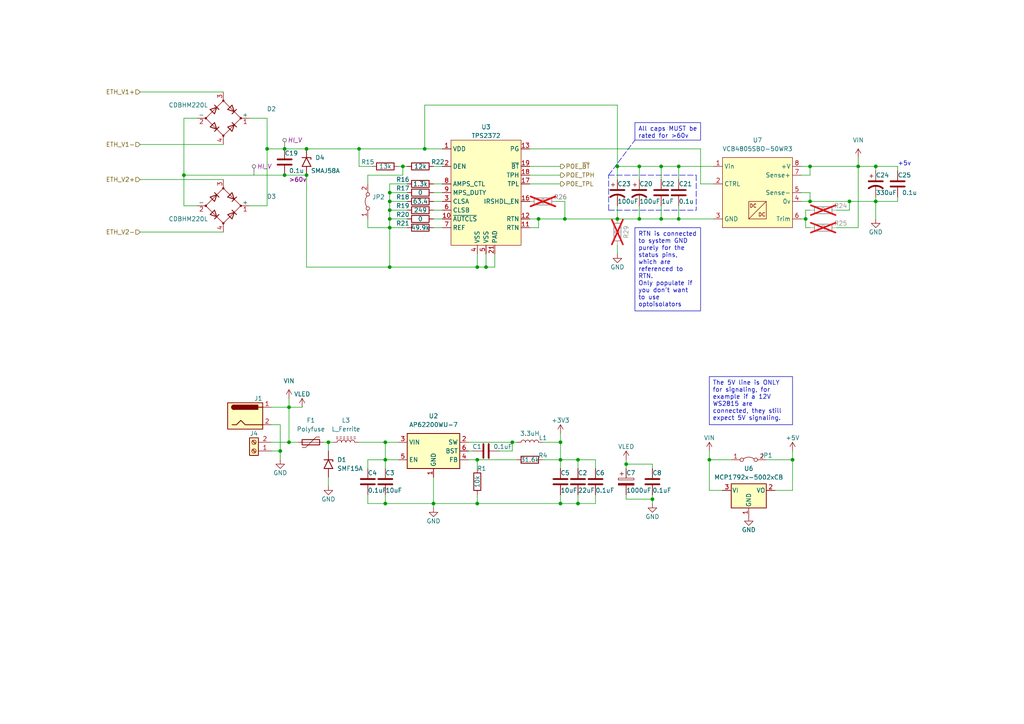
<source format=kicad_sch>
(kicad_sch (version 20230121) (generator eeschema)
  (paper "A4")
  (title_block (title "Addressable LED Controller") (date "2023-07-30") (rev "4.0") (comment 1 "Jamal Bouajjaj") (comment 2 "POE"))
  (lib_symbols
    (symbol "Connector:Barrel_Jack" (pin_names (offset 1.016))
      (property "Reference" "J" (at 0 5.334 0))
      (property "Value" "Barrel_Jack" (at 0 -5.08 0))
      (symbol "Barrel_Jack_0_1"
        (rectangle (start -5.08 3.81) (end 5.08 -3.81) (stroke (width 0.254)) (fill (type background)))
        (arc (start -3.302 3.175) (mid -3.9343 2.54) (end -3.302 1.905) (stroke (width 0.254)))
        (arc (start -3.302 3.175) (mid -3.9343 2.54) (end -3.302 1.905) (stroke (width 0.254)) (fill (type outline)))
        (polyline (pts (xy 5.08 2.54) (xy 3.81 2.54)) (stroke (width 0.254)))
        (polyline (pts (xy -3.81 -2.54) (xy -2.54 -2.54) (xy -1.27 -1.27) (xy 0 -2.54) (xy 2.54 -2.54) (xy 5.08 -2.54)) (stroke (width 0.254)))
        (rectangle (start 3.683 3.175) (end -3.302 1.905) (stroke (width 0.254)) (fill (type outline)))
      )
      (symbol "Barrel_Jack_1_1"
        (pin passive line (at 7.62 2.54 180) (length 2.54) (name "~") (number "1"))
        (pin passive line (at 7.62 -2.54 180) (length 2.54) (name "~") (number "2"))
      )
    )
    (symbol "Connector:Screw_Terminal_01x02" (pin_names (offset 1.016) hide)
      (property "Reference" "J" (at 0 2.54 0))
      (property "Value" "Screw_Terminal_01x02" (at 0 -5.08 0))
      (symbol "Screw_Terminal_01x02_1_1"
        (rectangle (start -1.27 1.27) (end 1.27 -3.81) (stroke (width 0.254)) (fill (type background)))
        (circle (center 0 -2.54) (radius 0.635) (stroke (width 0.1524)))
        (polyline (pts (xy -0.5334 -2.2098) (xy 0.3302 -3.048)) (stroke (width 0.1524)))
        (polyline (pts (xy -0.5334 0.3302) (xy 0.3302 -0.508)) (stroke (width 0.1524)))
        (polyline (pts (xy -0.3556 -2.032) (xy 0.508 -2.8702)) (stroke (width 0.1524)))
        (polyline (pts (xy -0.3556 0.508) (xy 0.508 -0.3302)) (stroke (width 0.1524)))
        (circle (center 0 0) (radius 0.635) (stroke (width 0.1524)))
        (pin passive line (at -5.08 0 0) (length 3.81) (name "Pin_1") (number "1"))
        (pin passive line (at -5.08 -2.54 0) (length 3.81) (name "Pin_2") (number "2"))
      )
    )
    (symbol "Device:C" (pin_numbers hide) (pin_names (offset 0.254))
      (property "Reference" "C" (at 0.635 2.54 0))
      (property "Value" "C" (at 0.635 -2.54 0))
      (symbol "C_0_1"
        (polyline (pts (xy -2.032 -0.762) (xy 2.032 -0.762)) (stroke (width 0.508)))
        (polyline (pts (xy -2.032 0.762) (xy 2.032 0.762)) (stroke (width 0.508)))
      )
      (symbol "C_1_1"
        (pin passive line (at 0 3.81 270) (length 2.794) (name "~") (number "1"))
        (pin passive line (at 0 -3.81 90) (length 2.794) (name "~") (number "2"))
      )
    )
    (symbol "Device:C_Polarized" (pin_numbers hide) (pin_names (offset 0.254))
      (property "Reference" "C" (at 0.635 2.54 0))
      (property "Value" "C_Polarized" (at 0.635 -2.54 0))
      (symbol "C_Polarized_0_1"
        (rectangle (start -2.286 0.508) (end 2.286 1.016))
        (polyline (pts (xy -1.778 2.286) (xy -0.762 2.286)))
        (polyline (pts (xy -1.27 2.794) (xy -1.27 1.778)))
        (rectangle (start 2.286 -0.508) (end -2.286 -1.016) (fill (type outline)))
      )
      (symbol "C_Polarized_1_1"
        (pin passive line (at 0 3.81 270) (length 2.794) (name "~") (number "1"))
        (pin passive line (at 0 -3.81 90) (length 2.794) (name "~") (number "2"))
      )
    )
    (symbol "Device:C_Polarized_US" (pin_numbers hide) (pin_names (offset 0.254) hide)
      (property "Reference" "C" (at 0.635 2.54 0))
      (property "Value" "C_Polarized_US" (at 0.635 -2.54 0))
      (symbol "C_Polarized_US_0_1"
        (polyline (pts (xy -2.032 0.762) (xy 2.032 0.762)) (stroke (width 0.508)))
        (polyline (pts (xy -1.778 2.286) (xy -0.762 2.286)))
        (polyline (pts (xy -1.27 1.778) (xy -1.27 2.794)))
        (arc (start 2.032 -1.27) (mid 0 -0.5572) (end -2.032 -1.27) (stroke (width 0.508)))
      )
      (symbol "C_Polarized_US_1_1"
        (pin passive line (at 0 3.81 270) (length 2.794) (name "~") (number "1"))
        (pin passive line (at 0 -3.81 90) (length 3.302) (name "~") (number "2"))
      )
    )
    (symbol "Device:D_Bridge_+-AA" (pin_names (offset 0))
      (property "Reference" "D" (at 2.54 6.985 0))
      (property "Value" "D_Bridge_+-AA" (at 2.54 5.08 0))
      (symbol "D_Bridge_+-AA_0_1"
        (circle (center -5.08 0) (radius 0.254) (fill (type outline)))
        (circle (center 0 -5.08) (radius 0.254) (fill (type outline)))
        (polyline (pts (xy -2.54 3.81) (xy -1.27 2.54)) (stroke (width 0.254)))
        (polyline (pts (xy -1.27 -2.54) (xy -2.54 -3.81)) (stroke (width 0.254)))
        (polyline (pts (xy 2.54 -1.27) (xy 3.81 -2.54)) (stroke (width 0.254)))
        (polyline (pts (xy 2.54 1.27) (xy 3.81 2.54)) (stroke (width 0.254)))
        (polyline (pts (xy -3.81 2.54) (xy -2.54 1.27) (xy -1.905 3.175) (xy -3.81 2.54)) (stroke (width 0.254)))
        (polyline (pts (xy -2.54 -1.27) (xy -3.81 -2.54) (xy -1.905 -3.175) (xy -2.54 -1.27)) (stroke (width 0.254)))
        (polyline (pts (xy 1.27 2.54) (xy 2.54 3.81) (xy 3.175 1.905) (xy 1.27 2.54)) (stroke (width 0.254)))
        (polyline (pts (xy 3.175 -1.905) (xy 1.27 -2.54) (xy 2.54 -3.81) (xy 3.175 -1.905)) (stroke (width 0.254)))
        (polyline (pts (xy -5.08 0) (xy 0 -5.08) (xy 5.08 0) (xy 0 5.08) (xy -5.08 0)))
        (circle (center 0 5.08) (radius 0.254) (fill (type outline)))
        (circle (center 5.08 0) (radius 0.254) (fill (type outline)))
      )
      (symbol "D_Bridge_+-AA_1_1"
        (pin passive line (at 7.62 0 180) (length 2.54) (name "+") (number "1"))
        (pin passive line (at -7.62 0 0) (length 2.54) (name "-") (number "2"))
        (pin passive line (at 0 7.62 270) (length 2.54) (name "~") (number "3"))
        (pin passive line (at 0 -7.62 90) (length 2.54) (name "~") (number "4"))
      )
    )
    (symbol "Device:L" (pin_numbers hide) (pin_names (offset 1.016) hide)
      (property "Reference" "L" (at -1.27 0 90))
      (property "Value" "L" (at 1.905 0 90))
      (symbol "L_0_1"
        (arc (start 0 -2.54) (mid 0.6323 -1.905) (end 0 -1.27))
        (arc (start 0 -1.27) (mid 0.6323 -0.635) (end 0 0))
        (arc (start 0 0) (mid 0.6323 0.635) (end 0 1.27))
        (arc (start 0 1.27) (mid 0.6323 1.905) (end 0 2.54))
      )
      (symbol "L_1_1"
        (pin passive line (at 0 3.81 270) (length 1.27) (name "1") (number "1"))
        (pin passive line (at 0 -3.81 90) (length 1.27) (name "2") (number "2"))
      )
    )
    (symbol "Device:L_Ferrite" (pin_numbers hide) (pin_names (offset 1.016) hide)
      (property "Reference" "L" (at -1.27 0 90))
      (property "Value" "L_Ferrite" (at 2.794 0 90))
      (symbol "L_Ferrite_0_1"
        (arc (start 0 -2.54) (mid 0.6323 -1.905) (end 0 -1.27))
        (arc (start 0 -1.27) (mid 0.6323 -0.635) (end 0 0))
        (polyline (pts (xy 1.016 -2.794) (xy 1.016 -2.286)))
        (polyline (pts (xy 1.016 -1.778) (xy 1.016 -1.27)))
        (polyline (pts (xy 1.016 -0.762) (xy 1.016 -0.254)))
        (polyline (pts (xy 1.016 0.254) (xy 1.016 0.762)))
        (polyline (pts (xy 1.016 1.27) (xy 1.016 1.778)))
        (polyline (pts (xy 1.016 2.286) (xy 1.016 2.794)))
        (polyline (pts (xy 1.524 -2.286) (xy 1.524 -2.794)))
        (polyline (pts (xy 1.524 -1.27) (xy 1.524 -1.778)))
        (polyline (pts (xy 1.524 -0.254) (xy 1.524 -0.762)))
        (polyline (pts (xy 1.524 0.762) (xy 1.524 0.254)))
        (polyline (pts (xy 1.524 1.778) (xy 1.524 1.27)))
        (polyline (pts (xy 1.524 2.794) (xy 1.524 2.286)))
        (arc (start 0 0) (mid 0.6323 0.635) (end 0 1.27))
        (arc (start 0 1.27) (mid 0.6323 1.905) (end 0 2.54))
      )
      (symbol "L_Ferrite_1_1"
        (pin passive line (at 0 3.81 270) (length 1.27) (name "1") (number "1"))
        (pin passive line (at 0 -3.81 90) (length 1.27) (name "2") (number "2"))
      )
    )
    (symbol "Device:Polyfuse" (pin_numbers hide) (pin_names (offset 0))
      (property "Reference" "F" (at -2.54 0 90))
      (property "Value" "Polyfuse" (at 2.54 0 90))
      (symbol "Polyfuse_0_1"
        (rectangle (start -0.762 2.54) (end 0.762 -2.54) (stroke (width 0.254)))
        (polyline (pts (xy 0 2.54) (xy 0 -2.54)))
        (polyline (pts (xy -1.524 2.54) (xy -1.524 1.524) (xy 1.524 -1.524) (xy 1.524 -2.54)))
      )
      (symbol "Polyfuse_1_1"
        (pin passive line (at 0 3.81 270) (length 1.27) (name "~") (number "1"))
        (pin passive line (at 0 -3.81 90) (length 1.27) (name "~") (number "2"))
      )
    )
    (symbol "Device:R" (pin_numbers hide) (pin_names (offset 0))
      (property "Reference" "R" (at 2.032 0 90))
      (property "Value" "R" (at 0 0 90))
      (symbol "R_0_1"
        (rectangle (start -1.016 -2.54) (end 1.016 2.54) (stroke (width 0.254)))
      )
      (symbol "R_1_1"
        (pin passive line (at 0 3.81 270) (length 1.27) (name "~") (number "1"))
        (pin passive line (at 0 -3.81 90) (length 1.27) (name "~") (number "2"))
      )
    )
    (symbol "Diode:SMAJ58A" (pin_numbers hide) (pin_names (offset 1.016) hide)
      (property "Reference" "D" (at 0 2.54 0))
      (property "Value" "SMAJ58A" (at 0 -2.54 0))
      (symbol "SMAJ58A_0_1"
        (polyline (pts (xy -0.762 1.27) (xy -1.27 1.27) (xy -1.27 -1.27)) (stroke (width 0.254)))
        (polyline (pts (xy 1.27 1.27) (xy 1.27 -1.27) (xy -1.27 0) (xy 1.27 1.27)) (stroke (width 0.254)))
      )
      (symbol "SMAJ58A_1_1"
        (pin passive line (at -3.81 0 0) (length 2.54) (name "A1") (number "1"))
        (pin passive line (at 3.81 0 180) (length 2.54) (name "A2") (number "2"))
      )
    )
    (symbol "Diode:SMF15A" (pin_numbers hide) (pin_names (offset 1.016) hide)
      (property "Reference" "D" (at 0 2.54 0))
      (property "Value" "SMF15A" (at 0 -2.54 0))
      (symbol "SMF15A_0_1"
        (polyline (pts (xy -0.762 1.27) (xy -1.27 1.27) (xy -1.27 -1.27)) (stroke (width 0.254)))
        (polyline (pts (xy 1.27 1.27) (xy 1.27 -1.27) (xy -1.27 0) (xy 1.27 1.27)) (stroke (width 0.254)))
      )
      (symbol "SMF15A_1_1"
        (pin passive line (at -3.81 0 0) (length 2.54) (name "A1") (number "1"))
        (pin passive line (at 3.81 0 180) (length 2.54) (name "A2") (number "2"))
      )
    )
    (symbol "Jumper:Jumper_2_Bridged" (pin_names (offset 0) hide)
      (property "Reference" "JP" (at 0 1.905 0))
      (property "Value" "Jumper_2_Bridged" (at 0 -2.54 0))
      (symbol "Jumper_2_Bridged_0_0"
        (circle (center -2.032 0) (radius 0.508))
        (circle (center 2.032 0) (radius 0.508))
      )
      (symbol "Jumper_2_Bridged_0_1"
        (arc (start 1.524 0.254) (mid 0 0.762) (end -1.524 0.254))
      )
      (symbol "Jumper_2_Bridged_1_1"
        (pin passive line (at -5.08 0 0) (length 2.54) (name "A") (number "1"))
        (pin passive line (at 5.08 0 180) (length 2.54) (name "B") (number "2"))
      )
    )
    (symbol "ProjectLibrary:AP62200WU-7"
      (property "Reference" "U" (at -7.62 6.35 0))
      (property "Value" "AP62200WU-7" (at 6.35 -6.35 0))
      (symbol "AP62200WU-7_0_1"
        (rectangle (start -7.62 5.08) (end 7.62 -5.08) (stroke (width 0.254)) (fill (type background)))
      )
      (symbol "AP62200WU-7_1_1"
        (pin power_in line (at 0 -7.62 90) (length 2.54) (name "GND") (number "1"))
        (pin output line (at 10.16 2.54 180) (length 2.54) (name "SW") (number "2"))
        (pin power_in line (at -10.16 2.54 0) (length 2.54) (name "VIN") (number "3"))
        (pin input line (at 10.16 -2.54 180) (length 2.54) (name "FB") (number "4"))
        (pin input line (at -10.16 -2.54 0) (length 2.54) (name "EN") (number "5"))
        (pin passive line (at 10.16 0 180) (length 2.54) (name "BST") (number "6"))
      )
    )
    (symbol "ProjectLibrary:TPS2372"
      (property "Reference" "U" (at 10.16 -17.78 0))
      (property "Value" "TPS2372" (at 0 17.78 0))
      (symbol "TPS2372_0_0"
        (pin power_in line (at -12.7 12.7 0) (length 2.54) (name "VDD") (number "1"))
        (pin input line (at -12.7 -7.62 0) (length 2.54) (name "~{AUTCLS}") (number "10"))
        (pin passive line (at 12.7 -10.16 180) (length 2.54) (name "RTN") (number "11"))
        (pin passive line (at 12.7 -7.62 180) (length 2.54) (name "RTN") (number "12"))
        (pin output line (at 12.7 12.7 180) (length 2.54) (name "PG") (number "13"))
        (pin input line (at 12.7 -2.54 180) (length 2.54) (name "IRSHDL_EN") (number "16"))
        (pin output line (at 12.7 2.54 180) (length 2.54) (name "TPL") (number "17"))
        (pin output line (at 12.7 5.08 180) (length 2.54) (name "TPH") (number "18"))
        (pin output line (at 12.7 7.62 180) (length 2.54) (name "~{BT}") (number "19"))
        (pin passive line (at 2.54 -17.78 90) (length 2.54) (name "PAD") (number "21"))
        (pin output line (at -12.7 -2.54 0) (length 2.54) (name "CLSA") (number "3"))
        (pin power_in line (at -2.54 -17.78 90) (length 2.54) (name "VSS") (number "4"))
        (pin power_in line (at 0 -17.78 90) (length 2.54) (name "VSS") (number "5"))
        (pin output line (at -12.7 -5.08 0) (length 2.54) (name "CLSB") (number "6"))
        (pin output line (at -12.7 -10.16 0) (length 2.54) (name "REF") (number "7"))
        (pin output line (at -12.7 2.54 0) (length 2.54) (name "AMPS_CTL") (number "8"))
        (pin input line (at -12.7 0 0) (length 2.54) (name "MPS_DUTY") (number "9"))
      )
      (symbol "TPS2372_1_0"
        (pin no_connect line (at -5.08 -15.24 90) (length 2.54) hide (name "NC") (number "14"))
        (pin no_connect line (at -5.08 -15.24 90) (length 2.54) hide (name "NC") (number "15"))
        (pin bidirectional line (at -12.7 7.62 0) (length 2.54) (name "DEN") (number "2"))
        (pin no_connect line (at -5.08 -15.24 90) (length 2.54) hide (name "NC") (number "20"))
      )
      (symbol "TPS2372_1_1"
        (rectangle (start -10.16 15.24) (end 10.16 -15.24) (fill (type background)))
      )
    )
    (symbol "ProjectLibrary:VCB4805SBO-50WR3"
      (property "Reference" "U" (at 7.62 -11.43 0))
      (property "Value" "VCB4805SBO-50WR3" (at -1.27 11.43 0))
      (symbol "VCB4805SBO-50WR3_1_1"
        (rectangle (start -11.43 10.16) (end 8.89 -10.16) (fill (type background)))
        (rectangle (start -3.81 -2.54) (end 1.27 -7.62))
        (polyline (pts (xy 1.27 -2.54) (xy -3.81 -7.62)))
        (text "DC" (at -2.54 -3.81 0) (effects (font (size 1.016 1.016))))
        (text "DC" (at 0 -6.35 0) (effects (font (size 1.016 1.016))))
        (pin power_in line (at -13.97 7.62 0) (length 2.54) (name "Vin") (number "1"))
        (pin input line (at -13.97 2.54 0) (length 2.54) (name "CTRL") (number "2"))
        (pin power_in line (at -13.97 -7.62 0) (length 2.54) (name "GND") (number "3"))
        (pin power_out line (at 11.43 -2.54 180) (length 2.54) (name "0v") (number "4"))
        (pin input line (at 11.43 0 180) (length 2.54) (name "Sense-") (number "5"))
        (pin passive line (at 11.43 -7.62 180) (length 2.54) (name "Trim") (number "6"))
        (pin input line (at 11.43 5.08 180) (length 2.54) (name "Sense+") (number "7"))
        (pin power_out line (at 11.43 7.62 180) (length 2.54) (name "+V") (number "8"))
      )
    )
    (symbol "ProjectLibrary:VIN" (power) (pin_names (offset 0))
      (property "Value" "VIN" (at 0 3.81 0))
      (symbol "VIN_0_1"
        (polyline (pts (xy -0.762 1.27) (xy 0 2.54)))
        (polyline (pts (xy 0 0) (xy 0 2.54)))
        (polyline (pts (xy 0 2.54) (xy 0.762 1.27)))
      )
      (symbol "VIN_1_1"
        (pin power_in line (at 0 0 90) (length 0) hide (name "VIN") (number "1"))
      )
    )
    (symbol "ProjectLibrary:VLED" (power) (pin_names (offset 0))
      (property "Value" "VLED" (at 0 3.81 0))
      (symbol "VLED_0_1"
        (polyline (pts (xy -0.762 1.27) (xy 0 2.54)))
        (polyline (pts (xy 0 0) (xy 0 2.54)))
        (polyline (pts (xy 0 2.54) (xy 0.762 1.27)))
      )
      (symbol "VLED_1_1"
        (pin power_in line (at 0 0 90) (length 0) hide (name "VLED") (number "1"))
      )
    )
    (symbol "Regulator_Linear:MCP1792x-5002xCB" (pin_names (offset 0.254))
      (property "Reference" "U" (at -3.81 3.175 0))
      (property "Value" "MCP1792x-5002xCB" (at 0 3.175 0))
      (symbol "MCP1792x-5002xCB_0_1"
        (rectangle (start -5.08 1.905) (end 5.08 -5.08) (stroke (width 0.254)) (fill (type background)))
      )
      (symbol "MCP1792x-5002xCB_1_1"
        (pin power_in line (at 0 -7.62 90) (length 2.54) (name "GND") (number "1"))
        (pin power_out line (at 7.62 0 180) (length 2.54) (name "VO") (number "2"))
        (pin power_in line (at -7.62 0 0) (length 2.54) (name "VI") (number "3"))
      )
    )
    (symbol "power:+3.3V" (power) (pin_names (offset 0))
      (property "Value" "+3.3V" (at 0 3.556 0))
      (symbol "+3.3V_0_1"
        (polyline (pts (xy -0.762 1.27) (xy 0 2.54)))
        (polyline (pts (xy 0 0) (xy 0 2.54)))
        (polyline (pts (xy 0 2.54) (xy 0.762 1.27)))
      )
      (symbol "+3.3V_1_1"
        (pin power_in line (at 0 0 90) (length 0) hide (name "+3V3") (number "1"))
      )
    )
    (symbol "power:+5V" (power) (pin_names (offset 0))
      (property "Value" "+5V" (at 0 3.556 0))
      (symbol "+5V_0_1"
        (polyline (pts (xy -0.762 1.27) (xy 0 2.54)))
        (polyline (pts (xy 0 0) (xy 0 2.54)))
        (polyline (pts (xy 0 2.54) (xy 0.762 1.27)))
      )
      (symbol "+5V_1_1"
        (pin power_in line (at 0 0 90) (length 0) hide (name "+5V") (number "1"))
      )
    )
    (symbol "power:GND" (power) (pin_names (offset 0))
      (property "Value" "GND" (at 0 -3.81 0))
      (symbol "GND_0_1"
        (polyline (pts (xy 0 0) (xy 0 -1.27) (xy 1.27 -1.27) (xy 0 -2.54) (xy -1.27 -1.27) (xy 0 -1.27)))
      )
      (symbol "GND_1_1"
        (pin power_in line (at 0 0 270) (length 0) hide (name "GND") (number "1"))
      )
    )
  )
  (junction (at 138.43 146.05))
  (junction (at 248.92 48.26))
  (junction (at 113.03 63.5))
  (junction (at 205.74 133.35))
  (junction (at 254 58.42))
  (junction (at 140.97 77.47))
  (junction (at 162.56 128.27))
  (junction (at 191.77 48.26))
  (junction (at 189.23 144.78) (diameter 0.9144))
  (junction (at 229.87 133.35))
  (junction (at 125.73 146.05))
  (junction (at 95.25 128.27))
  (junction (at 246.38 58.42))
  (junction (at 138.43 133.35))
  (junction (at 185.42 63.5))
  (junction (at 233.68 63.5))
  (junction (at 167.64 133.35))
  (junction (at 191.77 63.5))
  (junction (at 111.76 133.35))
  (junction (at 179.07 63.5))
  (junction (at 83.82 128.27))
  (junction (at 181.61 134.62) (diameter 0.9144))
  (junction (at 179.07 48.26))
  (junction (at 111.76 128.27))
  (junction (at 88.9 43.18))
  (junction (at 83.82 118.11))
  (junction (at 81.28 130.81))
  (junction (at 82.55 50.8))
  (junction (at 167.64 146.05))
  (junction (at 88.9 50.8))
  (junction (at 163.83 63.5))
  (junction (at 138.43 77.47))
  (junction (at 113.03 55.88))
  (junction (at 148.59 128.27))
  (junction (at 234.95 58.42))
  (junction (at 113.03 58.42))
  (junction (at 196.85 48.26))
  (junction (at 185.42 48.26))
  (junction (at 196.85 63.5))
  (junction (at 156.21 63.5))
  (junction (at 162.56 146.05))
  (junction (at 113.03 66.04))
  (junction (at 82.55 43.18))
  (junction (at 53.34 50.8))
  (junction (at 111.76 146.05))
  (junction (at 113.03 77.47))
  (junction (at 123.19 43.18))
  (junction (at 104.14 43.18))
  (junction (at 254 48.26))
  (junction (at 234.95 48.26))
  (junction (at 162.56 133.35))
  (junction (at 116.84 48.26))
  (junction (at 113.03 60.96))
  (junction (at 77.47 43.18))
  (wire (pts (xy 179.07 48.26) (xy 185.42 48.26)))
  (wire (pts (xy 113.03 63.5) (xy 118.11 63.5)))
  (polyline (pts (xy 176.53 60.96) (xy 176.53 50.8)) (stroke (width 0) (type dash)))
  (wire (pts (xy 148.59 128.27) (xy 149.86 128.27)))
  (wire (pts (xy 232.41 48.26) (xy 234.95 48.26)))
  (wire (pts (xy 246.38 60.96) (xy 246.38 58.42)))
  (wire (pts (xy 104.14 43.18) (xy 123.19 43.18)))
  (wire (pts (xy 181.61 134.62) (xy 189.23 134.62)))
  (wire (pts (xy 254 49.53) (xy 254 48.26)))
  (wire (pts (xy 153.67 43.18) (xy 203.2 43.18)))
  (wire (pts (xy 111.76 146.05) (xy 111.76 143.51)))
  (wire (pts (xy 212.09 133.35) (xy 205.74 133.35)))
  (wire (pts (xy 113.03 58.42) (xy 113.03 60.96)))
  (wire (pts (xy 254 58.42) (xy 254 63.5)))
  (wire (pts (xy 113.03 66.04) (xy 118.11 66.04)))
  (wire (pts (xy 88.9 43.18) (xy 104.14 43.18)))
  (wire (pts (xy 162.56 125.73) (xy 162.56 128.27)))
  (wire (pts (xy 156.21 63.5) (xy 163.83 63.5)))
  (wire (pts (xy 234.95 48.26) (xy 248.92 48.26)))
  (wire (pts (xy 72.39 59.69) (xy 77.47 59.69)))
  (wire (pts (xy 125.73 53.34) (xy 128.27 53.34)))
  (wire (pts (xy 185.42 48.26) (xy 191.77 48.26)))
  (wire (pts (xy 111.76 133.35) (xy 111.76 135.89)))
  (wire (pts (xy 125.73 48.26) (xy 128.27 48.26)))
  (wire (pts (xy 106.68 135.89) (xy 106.68 133.35)))
  (wire (pts (xy 172.72 146.05) (xy 172.72 143.51)))
  (wire (pts (xy 205.74 133.35) (xy 205.74 142.24)))
  (wire (pts (xy 125.73 55.88) (xy 128.27 55.88)))
  (wire (pts (xy 83.82 118.11) (xy 87.63 118.11)))
  (wire (pts (xy 260.35 58.42) (xy 260.35 57.15)))
  (wire (pts (xy 156.21 66.04) (xy 156.21 63.5)))
  (wire (pts (xy 179.07 59.69) (xy 179.07 63.5)))
  (wire (pts (xy 189.23 144.78) (xy 189.23 143.51)))
  (polyline (pts (xy 176.53 60.96) (xy 201.93 60.96)) (stroke (width 0) (type dash)))
  (wire (pts (xy 162.56 143.51) (xy 162.56 146.05)))
  (wire (pts (xy 153.67 66.04) (xy 156.21 66.04)))
  (wire (pts (xy 163.83 58.42) (xy 163.83 63.5)))
  (wire (pts (xy 125.73 66.04) (xy 128.27 66.04)))
  (wire (pts (xy 77.47 34.29) (xy 77.47 43.18)))
  (wire (pts (xy 232.41 55.88) (xy 234.95 55.88)))
  (wire (pts (xy 153.67 53.34) (xy 162.56 53.34)))
  (wire (pts (xy 115.57 48.26) (xy 116.84 48.26)))
  (wire (pts (xy 113.03 66.04) (xy 113.03 77.47)))
  (wire (pts (xy 83.82 115.57) (xy 83.82 118.11)))
  (wire (pts (xy 78.74 123.19) (xy 81.28 123.19)))
  (wire (pts (xy 233.68 60.96) (xy 234.95 60.96)))
  (wire (pts (xy 116.84 50.8) (xy 116.84 48.26)))
  (wire (pts (xy 93.98 128.27) (xy 95.25 128.27)))
  (wire (pts (xy 179.07 71.12) (xy 179.07 73.66)))
  (wire (pts (xy 153.67 63.5) (xy 156.21 63.5)))
  (wire (pts (xy 53.34 50.8) (xy 82.55 50.8)))
  (wire (pts (xy 113.03 60.96) (xy 118.11 60.96)))
  (wire (pts (xy 118.11 53.34) (xy 113.03 53.34)))
  (wire (pts (xy 123.19 43.18) (xy 128.27 43.18)))
  (wire (pts (xy 234.95 50.8) (xy 234.95 48.26)))
  (wire (pts (xy 179.07 30.48) (xy 179.07 48.26)))
  (wire (pts (xy 203.2 53.34) (xy 203.2 43.18)))
  (wire (pts (xy 242.57 66.04) (xy 248.92 66.04)))
  (wire (pts (xy 123.19 30.48) (xy 179.07 30.48)))
  (wire (pts (xy 148.59 130.81) (xy 144.78 130.81)))
  (wire (pts (xy 181.61 135.89) (xy 181.61 134.62)))
  (wire (pts (xy 125.73 60.96) (xy 128.27 60.96)))
  (wire (pts (xy 233.68 63.5) (xy 233.68 66.04)))
  (wire (pts (xy 83.82 128.27) (xy 86.36 128.27)))
  (wire (pts (xy 207.01 48.26) (xy 196.85 48.26)))
  (wire (pts (xy 53.34 50.8) (xy 53.34 59.69)))
  (wire (pts (xy 153.67 48.26) (xy 162.56 48.26)))
  (wire (pts (xy 224.79 142.24) (xy 229.87 142.24)))
  (wire (pts (xy 185.42 63.5) (xy 191.77 63.5)))
  (wire (pts (xy 233.68 66.04) (xy 234.95 66.04)))
  (wire (pts (xy 40.64 67.31) (xy 64.77 67.31)))
  (wire (pts (xy 113.03 53.34) (xy 113.03 55.88)))
  (wire (pts (xy 162.56 133.35) (xy 162.56 135.89)))
  (wire (pts (xy 189.23 134.62) (xy 189.23 135.89)))
  (wire (pts (xy 113.03 77.47) (xy 138.43 77.47)))
  (wire (pts (xy 163.83 63.5) (xy 179.07 63.5)))
  (wire (pts (xy 125.73 58.42) (xy 128.27 58.42)))
  (wire (pts (xy 135.89 128.27) (xy 148.59 128.27)))
  (wire (pts (xy 40.64 52.07) (xy 64.77 52.07)))
  (wire (pts (xy 83.82 118.11) (xy 83.82 128.27)))
  (polyline (pts (xy 201.93 50.8) (xy 201.93 60.96)) (stroke (width 0) (type dash)))
  (wire (pts (xy 191.77 63.5) (xy 196.85 63.5)))
  (wire (pts (xy 196.85 63.5) (xy 207.01 63.5)))
  (wire (pts (xy 191.77 48.26) (xy 196.85 48.26)))
  (wire (pts (xy 246.38 58.42) (xy 254 58.42)))
  (wire (pts (xy 53.34 59.69) (xy 57.15 59.69)))
  (wire (pts (xy 106.68 63.5) (xy 106.68 66.04)))
  (wire (pts (xy 106.68 66.04) (xy 113.03 66.04)))
  (wire (pts (xy 234.95 55.88) (xy 234.95 58.42)))
  (wire (pts (xy 248.92 48.26) (xy 254 48.26)))
  (wire (pts (xy 181.61 144.78) (xy 189.23 144.78)))
  (wire (pts (xy 207.01 53.34) (xy 203.2 53.34)))
  (wire (pts (xy 242.57 60.96) (xy 246.38 60.96)))
  (wire (pts (xy 82.55 50.8) (xy 88.9 50.8)))
  (wire (pts (xy 125.73 138.43) (xy 125.73 146.05)))
  (wire (pts (xy 106.68 146.05) (xy 111.76 146.05)))
  (wire (pts (xy 260.35 48.26) (xy 260.35 49.53)))
  (wire (pts (xy 254 57.15) (xy 254 58.42)))
  (wire (pts (xy 196.85 48.26) (xy 196.85 52.07)))
  (wire (pts (xy 95.25 128.27) (xy 96.52 128.27)))
  (wire (pts (xy 78.74 118.11) (xy 83.82 118.11)))
  (wire (pts (xy 81.28 130.81) (xy 78.74 130.81)))
  (wire (pts (xy 138.43 133.35) (xy 149.86 133.35)))
  (wire (pts (xy 229.87 133.35) (xy 229.87 142.24)))
  (wire (pts (xy 189.23 146.05) (xy 189.23 144.78)))
  (wire (pts (xy 125.73 146.05) (xy 138.43 146.05)))
  (wire (pts (xy 191.77 59.69) (xy 191.77 63.5)))
  (wire (pts (xy 157.48 133.35) (xy 162.56 133.35)))
  (wire (pts (xy 162.56 146.05) (xy 167.64 146.05)))
  (wire (pts (xy 167.64 133.35) (xy 172.72 133.35)))
  (wire (pts (xy 143.51 77.47) (xy 143.51 73.66)))
  (wire (pts (xy 254 58.42) (xy 260.35 58.42)))
  (wire (pts (xy 88.9 77.47) (xy 113.03 77.47)))
  (wire (pts (xy 233.68 60.96) (xy 233.68 63.5)))
  (wire (pts (xy 106.68 50.8) (xy 106.68 53.34)))
  (wire (pts (xy 191.77 48.26) (xy 191.77 52.07)))
  (wire (pts (xy 162.56 133.35) (xy 162.56 128.27)))
  (wire (pts (xy 148.59 128.27) (xy 148.59 130.81)))
  (wire (pts (xy 138.43 77.47) (xy 140.97 77.47)))
  (polyline (pts (xy 176.53 50.8) (xy 201.93 50.8)) (stroke (width 0) (type dash)))
  (wire (pts (xy 181.61 143.51) (xy 181.61 144.78)))
  (wire (pts (xy 248.92 45.72) (xy 248.92 48.26)))
  (wire (pts (xy 205.74 130.81) (xy 205.74 133.35)))
  (wire (pts (xy 95.25 138.43) (xy 95.25 140.97)))
  (wire (pts (xy 248.92 66.04) (xy 248.92 48.26)))
  (wire (pts (xy 140.97 77.47) (xy 143.51 77.47)))
  (wire (pts (xy 111.76 128.27) (xy 115.57 128.27)))
  (wire (pts (xy 81.28 123.19) (xy 81.28 130.81)))
  (wire (pts (xy 40.64 26.67) (xy 64.77 26.67)))
  (wire (pts (xy 232.41 58.42) (xy 234.95 58.42)))
  (wire (pts (xy 113.03 58.42) (xy 118.11 58.42)))
  (wire (pts (xy 167.64 146.05) (xy 167.64 143.51)))
  (wire (pts (xy 153.67 50.8) (xy 162.56 50.8)))
  (wire (pts (xy 254 48.26) (xy 260.35 48.26)))
  (wire (pts (xy 115.57 133.35) (xy 111.76 133.35)))
  (wire (pts (xy 185.42 48.26) (xy 185.42 52.07)))
  (wire (pts (xy 181.61 133.35) (xy 181.61 134.62)))
  (wire (pts (xy 162.56 146.05) (xy 138.43 146.05)))
  (wire (pts (xy 113.03 55.88) (xy 113.03 58.42)))
  (wire (pts (xy 125.73 63.5) (xy 128.27 63.5)))
  (wire (pts (xy 113.03 60.96) (xy 113.03 63.5)))
  (wire (pts (xy 53.34 34.29) (xy 53.34 50.8)))
  (wire (pts (xy 72.39 34.29) (xy 77.47 34.29)))
  (wire (pts (xy 111.76 133.35) (xy 111.76 128.27)))
  (wire (pts (xy 106.68 50.8) (xy 116.84 50.8)))
  (polyline (pts (xy 176.53 50.8) (xy 184.15 40.64)) (stroke (width 0) (type dash)))
  (wire (pts (xy 196.85 59.69) (xy 196.85 63.5)))
  (wire (pts (xy 113.03 63.5) (xy 113.03 66.04)))
  (wire (pts (xy 104.14 128.27) (xy 111.76 128.27)))
  (wire (pts (xy 138.43 133.35) (xy 138.43 135.89)))
  (wire (pts (xy 222.25 133.35) (xy 229.87 133.35)))
  (wire (pts (xy 229.87 130.81) (xy 229.87 133.35)))
  (wire (pts (xy 138.43 143.51) (xy 138.43 146.05)))
  (wire (pts (xy 135.89 130.81) (xy 137.16 130.81)))
  (wire (pts (xy 53.34 34.29) (xy 57.15 34.29)))
  (wire (pts (xy 172.72 133.35) (xy 172.72 135.89)))
  (wire (pts (xy 82.55 43.18) (xy 88.9 43.18)))
  (wire (pts (xy 162.56 128.27) (xy 157.48 128.27)))
  (wire (pts (xy 234.95 58.42) (xy 246.38 58.42)))
  (wire (pts (xy 106.68 143.51) (xy 106.68 146.05)))
  (wire (pts (xy 77.47 43.18) (xy 77.47 59.69)))
  (wire (pts (xy 232.41 50.8) (xy 234.95 50.8)))
  (wire (pts (xy 185.42 63.5) (xy 185.42 59.69)))
  (wire (pts (xy 140.97 77.47) (xy 140.97 73.66)))
  (wire (pts (xy 125.73 146.05) (xy 111.76 146.05)))
  (wire (pts (xy 113.03 55.88) (xy 118.11 55.88)))
  (wire (pts (xy 106.68 133.35) (xy 111.76 133.35)))
  (wire (pts (xy 138.43 77.47) (xy 138.43 73.66)))
  (wire (pts (xy 135.89 133.35) (xy 138.43 133.35)))
  (wire (pts (xy 232.41 63.5) (xy 233.68 63.5)))
  (wire (pts (xy 167.64 146.05) (xy 172.72 146.05)))
  (wire (pts (xy 78.74 128.27) (xy 83.82 128.27)))
  (wire (pts (xy 40.64 41.91) (xy 64.77 41.91)))
  (wire (pts (xy 123.19 43.18) (xy 123.19 30.48)))
  (wire (pts (xy 125.73 147.32) (xy 125.73 146.05)))
  (wire (pts (xy 162.56 133.35) (xy 167.64 133.35)))
  (wire (pts (xy 104.14 48.26) (xy 104.14 43.18)))
  (wire (pts (xy 81.28 133.35) (xy 81.28 130.81)))
  (wire (pts (xy 107.95 48.26) (xy 104.14 48.26)))
  (wire (pts (xy 116.84 48.26) (xy 118.11 48.26)))
  (wire (pts (xy 95.25 130.81) (xy 95.25 128.27)))
  (wire (pts (xy 161.29 58.42) (xy 163.83 58.42)))
  (wire (pts (xy 179.07 63.5) (xy 185.42 63.5)))
  (wire (pts (xy 167.64 133.35) (xy 167.64 135.89)))
  (wire (pts (xy 77.47 43.18) (xy 82.55 43.18)))
  (wire (pts (xy 205.74 142.24) (xy 209.55 142.24)))
  (wire (pts (xy 179.07 52.07) (xy 179.07 48.26)))
  (wire (pts (xy 88.9 50.8) (xy 88.9 77.47)))
  (text_box "The 5V line is ONLY for signaling, for example if a 12V WS2815 are connected, they still expect 5V signaling." (at 205.74 109.22 0) (size 24.13 13.97) (effects (font (size 1.27 1.27)) (justify left top)))
  (text_box "RTN is connected to system GND purely for the status pins, which are referenced to RTN.\nOnly populate if you don't want to use optoisolators" (at 184.15 66.04 0) (size 19.05 24.13) (effects (font (size 1.27 1.27)) (justify left top)))
  (text_box "All caps MUST be rated for >60v" (at 184.15 35.56 0) (size 19.05 5.08) (effects (font (size 1.27 1.27)) (justify left top)))
  (text "+5v" (at 260.35 48.26 0) (effects (font (size 1.27 1.27)) (justify left bottom)))
  (hierarchical_label "POE_~{BT}" (shape output) (at 162.56 48.26 0))
  (hierarchical_label "POE_TPH" (shape output) (at 162.56 50.8 0))
  (hierarchical_label "ETH_V1-" (shape input) (at 40.64 41.91 180))
  (hierarchical_label "ETH_V2-" (shape input) (at 40.64 67.31 180))
  (hierarchical_label "ETH_V2+" (shape input) (at 40.64 52.07 180))
  (hierarchical_label "POE_TPL" (shape output) (at 162.56 53.34 0))
  (hierarchical_label "ETH_V1+" (shape input) (at 40.64 26.67 180))
  (netclass_flag "" (length 2.54) (shape round) (at 82.55 43.18 0) (property "Netclass" "HI_V" (at 83.439 40.64 0) (effects (font italic) (justify left))))
  (netclass_flag "" (length 2.54) (shape round) (at 73.66 50.8 0) (property "Netclass" "HI_V" (at 74.549 48.26 0) (effects (font italic) (justify left))))
  (symbol (lib_id "Device:R") (at 121.92 48.26 90) (unit 1)
    (property "Reference" "R22" (at 127 46.99 90))
    (property "Value" "12k" (at 121.92 48.26 90))
    (property "Footprint" "Resistor_SMD:R_0805_2012Metric" (effects hide))
    (instances (project "LED_Controller" (path "" (reference "R22") (unit 1)) (path "" (reference "R16") (unit 1))))
  )
  (symbol (lib_id "Device:D_Bridge_+-AA") (at 64.77 34.29 0) (unit 1)
    (property "Reference" "D2" (at 78.74 31.5977 0))
    (property "Value" "CDBHM220L" (at 54.61 30.48 0))
    (property "Footprint" "Package_TO_SOT_SMD:TO-269AA" (effects hide))
  )
  (symbol (lib_id "Device:C") (at 172.72 139.7 0) (unit 1)
    (property "Reference" "C6" (at 172.72 137.1599 0) (effects (justify left)))
    (property "Value" "0.1uF" (at 172.72 142.2399 0) (effects (justify left)))
    (property "Footprint" "Capacitor_SMD:C_0805_2012Metric" (effects hide))
  )
  (symbol (lib_id "ProjectLibrary:VIN") (at 248.92 45.72 0) (unit 1)
    (property "Reference" "#PWR027" (effects hide))
    (property "Value" "VIN" (at 248.92 40.64 0))
    (instances (project "LED_Controller" (path "" (reference "#PWR027") (unit 1)) (path "" (reference "#PWR023") (unit 1))))
  )
  (symbol (lib_id "ProjectLibrary:VIN") (at 83.82 115.57 0) (unit 1)
    (property "Reference" "#PWR026" (effects hide))
    (property "Value" "VIN" (at 83.82 110.49 0))
    (instances (project "LED_Controller" (path "" (reference "#PWR026") (unit 1)) (path "" (reference "#PWR05") (unit 1))))
  )
  (symbol (lib_id "Device:C") (at 111.76 139.7 0) (unit 1)
    (property "Reference" "C3" (at 111.76 137.1599 0) (effects (justify left)))
    (property "Value" "10uF" (at 111.76 142.2399 0) (effects (justify left)))
    (property "Footprint" "Capacitor_SMD:C_0805_2012Metric_Pad1.18x1.45mm_HandSolder" (effects hide))
  )
  (symbol (lib_id "Connector:Barrel_Jack") (at 71.12 120.65 0) (unit 1)
    (property "Reference" "J1" (at 74.93 115.57 0))
    (property "Value" "Barrel_Jack" (effects hide))
    (property "Footprint" "Connector_BarrelJack:BarrelJack_Horizontal" (effects hide))
  )
  (symbol (lib_id "ProjectLibrary:AP62200WU-7") (at 125.73 130.81 0) (unit 1)
    (property "Reference" "U2" (at 125.73 120.65 0))
    (property "Value" "AP62200WU-7" (at 125.73 123.19 0))
    (property "Footprint" "Package_TO_SOT_SMD:TSOT-23-6" (effects hide))
    (property "Datasheet" "https://www.diodes.com/assets/Datasheets/AP62150.pdf" (effects hide))
  )
  (symbol (lib_id "Diode:SMAJ58A") (at 88.9 46.99 270) (unit 1)
    (property "Reference" "D4" (at 91.44 45.72 90) (effects (justify left)))
    (property "Value" "SMAJ58A" (at 90.17 49.53 90) (effects (justify left)))
    (property "Footprint" "Diode_SMD:D_SMA" (effects hide))
    (property "Datasheet" "https://www.littelfuse.com/media?resourcetype=datasheets&itemid=75e32973-b177-4ee3-a0ff-cedaf1abdb93&filename=smaj-datasheet" (effects hide))
    (instances (project "LED_Controller" (path "" (reference "D4") (unit 1)) (path "" (reference "D3") (unit 1))))
  )
  (symbol (lib_id "Device:C") (at 260.35 53.34 0) (unit 1)
    (property "Reference" "C25" (at 260.35 50.8 0) (effects (justify left)))
    (property "Value" "0.1u" (at 261.62 55.88 0) (effects (justify left)))
    (property "Footprint" "Capacitor_SMD:C_Elec_6.3x5.4" (effects hide))
    (instances (project "LED_Controller" (path "" (reference "C25") (unit 1)) (path "" (reference "C21") (unit 1))))
  )
  (symbol (lib_id "Device:R") (at 153.67 133.35 90) (unit 1)
    (property "Reference" "R4" (at 157.48 132.08 90))
    (property "Value" "31.6k" (at 153.67 133.35 90))
    (property "Footprint" "Resistor_SMD:R_0805_2012Metric_Pad1.20x1.40mm_HandSolder" (effects hide))
    (instances (project "LED_Controller" (path "" (reference "R4") (unit 1)) (path "" (reference "R1") (unit 1))))
  )
  (symbol (lib_id "Device:R") (at 121.92 53.34 90) (unit 1)
    (property "Reference" "R16" (at 116.84 52.07 90))
    (property "Value" "1.3k" (at 121.92 53.34 90))
    (property "Footprint" "Resistor_SMD:R_0805_2012Metric" (effects hide))
    (instances (project "LED_Controller" (path "" (reference "R16") (unit 1)) (path "" (reference "R17") (unit 1))))
  )
  (symbol (lib_id "ProjectLibrary:VLED") (at 181.61 133.35 0) (unit 1)
    (property "Reference" "#PWR039" (effects hide))
    (property "Value" "VLED" (at 181.61 129.54 0))
    (instances (project "LED_Controller" (path "" (reference "#PWR039") (unit 1)) (path "" (reference "#PWR032") (unit 1))))
  )
  (symbol (lib_id "Device:C") (at 140.97 130.81 90) (unit 1)
    (property "Reference" "C1" (at 139.7 129.54 90) (effects (justify left)))
    (property "Value" "0.1uF" (at 148.59 129.54 90) (effects (justify left)))
    (property "Footprint" "Capacitor_SMD:C_0805_2012Metric_Pad1.18x1.45mm_HandSolder" (effects hide))
  )
  (symbol (lib_id "power:+3.3V") (at 162.56 125.73 0) (unit 1)
    (property "Reference" "#PWR035" (effects hide))
    (property "Value" "+3.3V" (at 162.56 121.92 0))
    (instances (project "LED_Controller" (path "" (reference "#PWR035") (unit 1)) (path "" (reference "#PWR028") (unit 1))))
  )
  (symbol (lib_id "Device:C") (at 189.23 139.7 0) (unit 1)
    (property "Reference" "C8" (at 189.23 137.1599 0) (effects (justify left)))
    (property "Value" "0.1uF" (at 189.23 142.2399 0) (effects (justify left)))
    (property "Footprint" "Capacitor_SMD:C_0805_2012Metric" (effects hide))
  )
  (symbol (lib_id "Connector:Screw_Terminal_01x02") (at 73.66 130.81 180) (unit 1)
    (property "Reference" "J4" (at 73.66 125.73 0))
    (property "Value" "Screw_Terminal_01x02" (effects hide))
    (property "Footprint" "TerminalBlock_Phoenix:TerminalBlock_Phoenix_MKDS-1,5-2-5.08_1x02_P5.08mm_Horizontal" (effects hide))
  )
  (symbol (lib_id "Device:R") (at 121.92 60.96 90) (unit 1)
    (property "Reference" "R19" (at 116.84 59.69 90))
    (property "Value" "249" (at 121.92 60.96 90))
    (property "Footprint" "Resistor_SMD:R_0805_2012Metric" (effects hide))
    (instances (project "LED_Controller" (path "" (reference "R19") (unit 1)) (path "" (reference "R21") (unit 1))))
  )
  (symbol (lib_id "Device:R") (at 121.92 55.88 90) (unit 1)
    (property "Reference" "R17" (at 116.84 54.61 90))
    (property "Value" "0" (at 121.92 55.88 90))
    (property "Footprint" "Resistor_SMD:R_0805_2012Metric" (effects hide))
    (instances (project "LED_Controller" (path "" (reference "R17") (unit 1)) (path "" (reference "R18") (unit 1))))
  )
  (symbol (lib_id "Device:R") (at 138.43 139.7 180) (unit 1)
    (property "Reference" "R1" (at 139.7 135.89 0))
    (property "Value" "10k" (at 138.43 139.7 90))
    (property "Footprint" "Resistor_SMD:R_0805_2012Metric_Pad1.20x1.40mm_HandSolder" (effects hide))
    (instances (project "LED_Controller" (path "" (reference "R1") (unit 1)) (path "" (reference "R4") (unit 1))))
  )
  (symbol (lib_id "power:GND") (at 217.17 149.86 0) (unit 1)
    (property "Reference" "#PWR0111" (effects hide))
    (property "Value" "GND" (at 217.17 153.67 0))
    (instances (project "LED_Controller" (path "" (reference "#PWR0111") (unit 1)) (path "" (reference "#PWR036") (unit 1))))
  )
  (symbol (lib_id "Device:L_Ferrite") (at 100.33 128.27 90) (unit 1)
    (property "Reference" "L3" (at 100.33 121.92 90))
    (property "Value" "L_Ferrite" (at 100.33 124.46 90))
    (property "Footprint" "Inductor_SMD:L_0805_2012Metric" (effects hide))
    (instances (project "LED_Controller" (path "" (reference "L3") (unit 1)) (path "" (reference "L1") (unit 1))))
  )
  (symbol (lib_id "Device:C") (at 82.55 46.99 0) (unit 1)
    (property "Reference" "C19" (at 82.55 44.45 0) (effects (justify left)))
    (property "Value" "0.1u" (at 83.82 49.53 0) (effects (justify left)))
    (property "Footprint" "Capacitor_SMD:C_0805_2012Metric" (effects hide))
    (property "Voltage" ">60v" (at 86.36 52.07 0))
  )
  (symbol (lib_id "power:GND") (at 189.23 146.05 0) (unit 1)
    (property "Reference" "#PWR044" (effects hide))
    (property "Value" "GND" (at 189.23 149.86 0))
    (instances (project "LED_Controller" (path "" (reference "#PWR044") (unit 1)) (path "" (reference "#PWR034") (unit 1))))
  )
  (symbol (lib_id "Diode:SMF15A") (at 95.25 134.62 270) (unit 1)
    (property "Reference" "D1" (at 97.79 133.35 90) (effects (justify left)))
    (property "Value" "SMF15A" (at 97.79 135.89 90) (effects (justify left)))
    (property "Footprint" "Diode_SMD:D_SMF" (effects hide))
    (property "Datasheet" "https://www.vishay.com/doc?85881" (effects hide))
  )
  (symbol (lib_id "ProjectLibrary:VLED") (at 87.63 118.11 0) (unit 1)
    (property "Reference" "#PWR0105" (effects hide))
    (property "Value" "VLED" (at 87.63 114.3 0))
    (instances (project "LED_Controller" (path "" (reference "#PWR0105") (unit 1)) (path "" (reference "#PWR026") (unit 1))))
  )
  (symbol (lib_id "Device:C_Polarized_US") (at 185.42 55.88 0) (unit 1)
    (property "Reference" "C20" (at 185.42 53.34 0) (effects (justify left)))
    (property "Value" "100uF" (at 185.42 58.42 0) (effects (justify left)))
    (property "Footprint" "Capacitor_SMD:C_Elec_6.3x5.8" (effects hide))
    (instances (project "LED_Controller" (path "" (reference "C20") (unit 1)) (path "" (reference "C23") (unit 1))))
  )
  (symbol (lib_id "Device:R") (at 238.76 66.04 270) (unit 1) (dnp yes)
    (property "Reference" "R25" (at 243.84 64.77 90))
    (property "Value" "R" (at 238.76 66.04 90))
    (property "Footprint" "Resistor_SMD:R_0805_2012Metric" (effects hide))
    (instances (project "LED_Controller" (path "" (reference "R25") (unit 1)) (path "" (reference "R26") (unit 1))))
  )
  (symbol (lib_id "ProjectLibrary:VIN") (at 205.74 130.81 0) (unit 1)
    (property "Reference" "#PWR0109" (effects hide))
    (property "Value" "VIN" (at 205.74 127 0))
    (instances (project "LED_Controller" (path "" (reference "#PWR0109") (unit 1)) (path "" (reference "#PWR029") (unit 1))))
  )
  (symbol (lib_id "Jumper:Jumper_2_Bridged") (at 217.17 133.35 0) (unit 1)
    (property "Reference" "JP1" (at 222.25 132.08 0))
    (property "Value" "Jumper_2_Bridged" (effects hide))
    (property "Footprint" "Jumper:SolderJumper-2_P1.3mm_Bridged2Bar_Pad1.0x1.5mm" (effects hide))
  )
  (symbol (lib_id "Device:C_Polarized_US") (at 254 53.34 0) (unit 1)
    (property "Reference" "C24" (at 254 50.8 0) (effects (justify left)))
    (property "Value" "330uF" (at 254 55.88 0) (effects (justify left)))
    (property "Footprint" "Capacitor_SMD:C_Elec_6.3x5.4" (effects hide))
    (instances (project "LED_Controller" (path "" (reference "C24") (unit 1)) (path "" (reference "C20") (unit 1))))
  )
  (symbol (lib_id "power:GND") (at 179.07 73.66 0) (unit 1)
    (property "Reference" "#PWR028" (effects hide))
    (property "Value" "GND" (at 179.07 77.47 0))
    (instances (project "LED_Controller" (path "" (reference "#PWR028") (unit 1)) (path "" (reference "#PWR027") (unit 1))))
  )
  (symbol (lib_id "Regulator_Linear:MCP1792x-5002xCB") (at 217.17 142.24 0) (unit 1)
    (property "Reference" "U6" (at 217.17 135.89 0))
    (property "Value" "MCP1792x-5002xCB" (at 217.17 138.43 0))
    (property "Footprint" "Package_TO_SOT_SMD:SOT-23" (effects hide))
    (property "Datasheet" "https://ww1.microchip.com/downloads/aemDocuments/documents/APID/ProductDocuments/DataSheets/MCP1792-Family-Data-Sheet-DS20006229D.pdf" (effects hide))
  )
  (symbol (lib_id "Device:R") (at 121.92 63.5 90) (unit 1)
    (property "Reference" "R20" (at 116.84 62.23 90))
    (property "Value" "0" (at 121.92 63.5 90))
    (property "Footprint" "Resistor_SMD:R_0805_2012Metric" (effects hide))
    (instances (project "LED_Controller" (path "" (reference "R20") (unit 1)) (path "" (reference "R24") (unit 1))))
  )
  (symbol (lib_id "Device:D_Bridge_+-AA") (at 64.77 59.69 0) (unit 1)
    (property "Reference" "D3" (at 78.74 56.9977 0))
    (property "Value" "CDBHM220L" (at 54.61 63.5 0))
    (property "Footprint" "Package_TO_SOT_SMD:TO-269AA" (effects hide))
    (instances (project "LED_Controller" (path "" (reference "D3") (unit 1)) (path "" (reference "D4") (unit 1))))
  )
  (symbol (lib_id "Device:R") (at 238.76 60.96 270) (unit 1) (dnp yes)
    (property "Reference" "R24" (at 243.84 59.69 90))
    (property "Value" "R" (at 238.76 60.96 90))
    (property "Footprint" "Resistor_SMD:R_0805_2012Metric" (effects hide))
    (instances (project "LED_Controller" (path "" (reference "R24") (unit 1)) (path "" (reference "R22") (unit 1))))
  )
  (symbol (lib_id "Device:C") (at 106.68 139.7 0) (unit 1)
    (property "Reference" "C4" (at 106.68 137.1599 0) (effects (justify left)))
    (property "Value" "0.1uF" (at 106.68 142.2399 0) (effects (justify left)))
    (property "Footprint" "Capacitor_SMD:C_0805_2012Metric_Pad1.18x1.45mm_HandSolder" (effects hide))
    (instances (project "LED_Controller" (path "" (reference "C4") (unit 1)) (path "" (reference "C2") (unit 1))))
  )
  (symbol (lib_id "Device:C_Polarized") (at 181.61 139.7 0) (unit 1)
    (property "Reference" "C7" (at 181.61 137.1599 0) (effects (justify left)))
    (property "Value" "1000uF" (at 181.61 142.2399 0) (effects (justify left)))
    (property "Footprint" "Capacitor_THT:CP_Radial_D10.0mm_P5.00mm_P7.50mm" (effects hide))
  )
  (symbol (lib_id "Device:C") (at 167.64 139.7 0) (unit 1)
    (property "Reference" "C2" (at 167.64 137.1599 0) (effects (justify left)))
    (property "Value" "22uF" (at 167.64 142.2399 0) (effects (justify left)))
    (property "Footprint" "Capacitor_SMD:C_1206_3216Metric_Pad1.33x1.80mm_HandSolder" (effects hide))
    (instances (project "LED_Controller" (path "" (reference "C2") (unit 1)) (path "" (reference "C5") (unit 1))))
  )
  (symbol (lib_id "power:GND") (at 125.73 147.32 0) (unit 1)
    (property "Reference" "#PWR0104" (effects hide))
    (property "Value" "GND" (at 125.73 151.13 0))
    (instances (project "LED_Controller" (path "" (reference "#PWR0104") (unit 1)) (path "" (reference "#PWR035") (unit 1))))
  )
  (symbol (lib_id "ProjectLibrary:VCB4805SBO-50WR3") (at 220.98 55.88 0) (unit 1)
    (property "Reference" "U7" (at 219.71 40.64 0))
    (property "Value" "VCB4805SBO-50WR3" (at 219.71 43.18 0))
    (property "Footprint" "ProjectFootprints:VCB4805SBO-50WR3" (effects hide))
    (property "Datasheet" "https://www.mornsun-power.com/html/pdf/VCB4805SBO-50WR3.html" (effects hide))
  )
  (symbol (lib_id "Device:C") (at 162.56 139.7 0) (unit 1)
    (property "Reference" "C5" (at 162.56 137.1599 0) (effects (justify left)))
    (property "Value" "10uF" (at 162.56 142.2399 0) (effects (justify left)))
    (property "Footprint" "Capacitor_SMD:C_1206_3216Metric_Pad1.33x1.80mm_HandSolder" (effects hide))
    (instances (project "LED_Controller" (path "" (reference "C5") (unit 1)) (path "" (reference "C4") (unit 1))))
  )
  (symbol (lib_id "power:GND") (at 254 63.5 0) (unit 1)
    (property "Reference" "#PWR024" (effects hide))
    (property "Value" "GND" (at 254 67.31 0))
  )
  (symbol (lib_id "Device:R") (at 121.92 58.42 90) (unit 1)
    (property "Reference" "R18" (at 116.84 57.15 90))
    (property "Value" "63.4" (at 121.92 58.42 90))
    (property "Footprint" "Resistor_SMD:R_0805_2012Metric" (effects hide))
    (instances (project "LED_Controller" (path "" (reference "R18") (unit 1)) (path "" (reference "R19") (unit 1))))
  )
  (symbol (lib_id "Device:R") (at 157.48 58.42 90) (unit 1) (dnp yes)
    (property "Reference" "R26" (at 162.56 57.15 90))
    (property "Value" "0" (at 157.48 58.42 90))
    (property "Footprint" "Resistor_SMD:R_0805_2012Metric" (effects hide))
    (instances (project "LED_Controller" (path "" (reference "R26") (unit 1)) (path "" (reference "R20") (unit 1))))
  )
  (symbol (lib_id "Device:R") (at 121.92 66.04 90) (unit 1)
    (property "Reference" "R21" (at 116.84 64.77 90))
    (property "Value" "49.9k" (at 121.92 66.04 90))
    (property "Footprint" "Resistor_SMD:R_0805_2012Metric" (effects hide))
    (instances (project "LED_Controller" (path "" (reference "R21") (unit 1)) (path "" (reference "R25") (unit 1))))
  )
  (symbol (lib_id "power:GND") (at 81.28 133.35 0) (unit 1)
    (property "Reference" "#PWR043" (effects hide))
    (property "Value" "GND" (at 81.28 137.16 0))
    (instances (project "LED_Controller" (path "" (reference "#PWR043") (unit 1)) (path "" (reference "#PWR031") (unit 1))))
  )
  (symbol (lib_id "power:+5V") (at 229.87 130.81 0) (unit 1)
    (property "Reference" "#PWR0110" (effects hide))
    (property "Value" "+5V" (at 229.87 127 0))
    (instances (project "LED_Controller" (path "" (reference "#PWR0110") (unit 1)) (path "" (reference "#PWR030") (unit 1))))
  )
  (symbol (lib_id "power:GND") (at 95.25 140.97 0) (unit 1)
    (property "Reference" "#PWR05" (effects hide))
    (property "Value" "GND" (at 95.25 144.78 0))
    (instances (project "LED_Controller" (path "" (reference "#PWR05") (unit 1)) (path "" (reference "#PWR033") (unit 1))))
  )
  (symbol (lib_id "Device:R") (at 111.76 48.26 90) (unit 1)
    (property "Reference" "R15" (at 106.68 46.99 90))
    (property "Value" "13k" (at 111.76 48.26 90))
    (property "Footprint" "Resistor_SMD:R_0805_2012Metric" (effects hide))
  )
  (symbol (lib_id "Device:L") (at 153.67 128.27 90) (unit 1)
    (property "Reference" "L1" (at 157.48 127 90))
    (property "Value" "3.3uH" (at 153.67 125.73 90))
    (property "Footprint" "Inductor_SMD:L_1206_3216Metric_Pad1.22x1.90mm_HandSolder" (effects hide))
    (instances (project "LED_Controller" (path "" (reference "L1") (unit 1)) (path "" (reference "L3") (unit 1))))
  )
  (symbol (lib_id "Device:C_Polarized_US") (at 179.07 55.88 0) (unit 1)
    (property "Reference" "C23" (at 179.07 53.34 0) (effects (justify left)))
    (property "Value" "100uF" (at 179.07 58.42 0) (effects (justify left)))
    (property "Footprint" "Capacitor_SMD:C_Elec_6.3x5.4" (effects hide))
    (instances (project "LED_Controller" (path "" (reference "C23") (unit 1)) (path "" (reference "C22") (unit 1))))
  )
  (symbol (lib_id "Device:C") (at 191.77 55.88 0) (unit 1)
    (property "Reference" "C22" (at 191.77 53.3399 0) (effects (justify left)))
    (property "Value" "1uF" (at 191.77 58.4199 0) (effects (justify left)))
    (property "Footprint" "Capacitor_SMD:C_1206_3216Metric_Pad1.33x1.80mm_HandSolder" (effects hide))
    (instances (project "LED_Controller" (path "" (reference "C22") (unit 1)) (path "" (reference "C24") (unit 1))))
  )
  (symbol (lib_id "Jumper:Jumper_2_Bridged") (at 106.68 58.42 90) (unit 1)
    (property "Reference" "JP2" (at 107.95 57.15 90) (effects (justify right)))
    (property "Value" "Jumper_2_Bridged" (effects hide))
    (property "Footprint" "Resistor_SMD:R_0805_2012Metric" (effects hide))
  )
  (symbol (lib_id "Device:Polyfuse") (at 90.17 128.27 90) (unit 1)
    (property "Reference" "F1" (at 90.17 121.92 90))
    (property "Value" "Polyfuse" (at 90.17 124.46 90))
    (property "Footprint" "Fuse:Fuse_1206_3216Metric" (effects hide))
  )
  (symbol (lib_id "Device:R") (at 179.07 67.31 180) (unit 1) (dnp yes)
    (property "Reference" "R29" (at 181.61 67.31 90))
    (property "Value" "0" (at 179.07 67.31 90))
    (property "Footprint" "Resistor_SMD:R_0805_2012Metric" (effects hide))
  )
  (symbol (lib_id "Device:C") (at 196.85 55.88 0) (unit 1)
    (property "Reference" "C21" (at 196.85 53.34 0) (effects (justify left)))
    (property "Value" "0.1u" (at 196.85 58.42 0) (effects (justify left)))
    (property "Footprint" "Capacitor_SMD:C_0805_2012Metric" (effects hide))
    (instances (project "LED_Controller" (path "" (reference "C21") (unit 1)) (path "" (reference "C25") (unit 1))))
  )
  (symbol (lib_id "ProjectLibrary:TPS2372") (at 140.97 55.88 0) (unit 1)
    (property "Reference" "U3" (at 140.97 36.83 0))
    (property "Value" "TPS2372" (at 140.97 39.37 0))
    (property "Footprint" "ProjectFootprints:TI_RGW0020B" (effects hide))
    (property "Datasheet" "https://www.ti.com/lit/ds/symlink/tps2372.pdf" (effects hide))
  )
)
</source>
